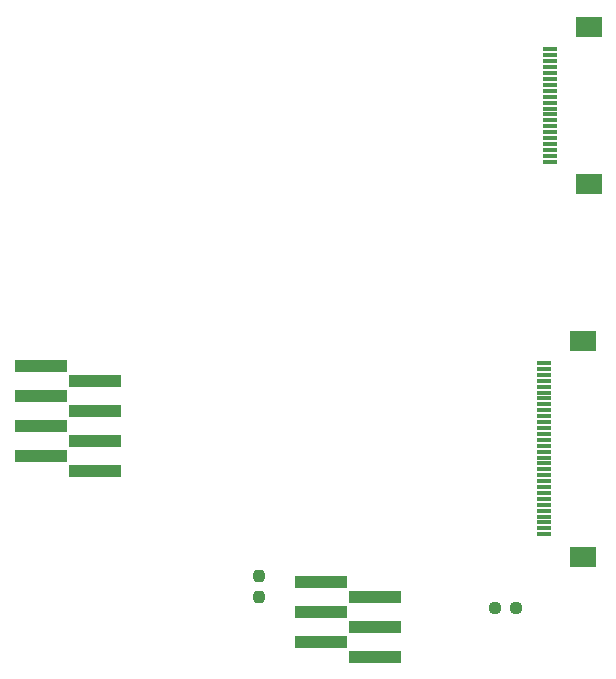
<source format=gbr>
%TF.GenerationSoftware,KiCad,Pcbnew,(7.0.0)*%
%TF.CreationDate,2023-03-15T21:07:42-04:00*%
%TF.ProjectId,headunit_controls,68656164-756e-4697-945f-636f6e74726f,rev?*%
%TF.SameCoordinates,Original*%
%TF.FileFunction,Paste,Bot*%
%TF.FilePolarity,Positive*%
%FSLAX46Y46*%
G04 Gerber Fmt 4.6, Leading zero omitted, Abs format (unit mm)*
G04 Created by KiCad (PCBNEW (7.0.0)) date 2023-03-15 21:07:42*
%MOMM*%
%LPD*%
G01*
G04 APERTURE LIST*
G04 Aperture macros list*
%AMRoundRect*
0 Rectangle with rounded corners*
0 $1 Rounding radius*
0 $2 $3 $4 $5 $6 $7 $8 $9 X,Y pos of 4 corners*
0 Add a 4 corners polygon primitive as box body*
4,1,4,$2,$3,$4,$5,$6,$7,$8,$9,$2,$3,0*
0 Add four circle primitives for the rounded corners*
1,1,$1+$1,$2,$3*
1,1,$1+$1,$4,$5*
1,1,$1+$1,$6,$7*
1,1,$1+$1,$8,$9*
0 Add four rect primitives between the rounded corners*
20,1,$1+$1,$2,$3,$4,$5,0*
20,1,$1+$1,$4,$5,$6,$7,0*
20,1,$1+$1,$6,$7,$8,$9,0*
20,1,$1+$1,$8,$9,$2,$3,0*%
G04 Aperture macros list end*
%ADD10RoundRect,0.237500X-0.250000X-0.237500X0.250000X-0.237500X0.250000X0.237500X-0.250000X0.237500X0*%
%ADD11R,1.300000X0.300000*%
%ADD12R,2.200000X1.800000*%
%ADD13R,4.500000X1.000000*%
%ADD14RoundRect,0.237500X0.237500X-0.250000X0.237500X0.250000X-0.237500X0.250000X-0.237500X-0.250000X0*%
G04 APERTURE END LIST*
D10*
%TO.C,R3*%
X146450000Y-178250000D03*
X148275000Y-178250000D03*
%TD*%
D11*
%TO.C,ToSaab_ribbon*%
X150649999Y-157499999D03*
X150649999Y-157999999D03*
X150649999Y-158499999D03*
X150649999Y-158999999D03*
X150649999Y-159499999D03*
X150649999Y-159999999D03*
X150649999Y-160499999D03*
X150649999Y-160999999D03*
X150649999Y-161499999D03*
X150649999Y-161999999D03*
X150649999Y-162499999D03*
X150649999Y-162999999D03*
X150649999Y-163499999D03*
X150649999Y-163999999D03*
X150649999Y-164499999D03*
X150649999Y-164999999D03*
X150649999Y-165499999D03*
X150649999Y-165999999D03*
X150649999Y-166499999D03*
X150649999Y-166999999D03*
X150649999Y-167499999D03*
X150649999Y-167999999D03*
X150649999Y-168499999D03*
X150649999Y-168999999D03*
X150649999Y-169499999D03*
X150649999Y-169999999D03*
X150649999Y-170499999D03*
X150649999Y-170999999D03*
X150649999Y-171499999D03*
X150649999Y-171999999D03*
D12*
X153899999Y-155599999D03*
X153899999Y-173899999D03*
%TD*%
D11*
%TO.C,ToPi_ribbon*%
X151149999Y-130949999D03*
X151149999Y-131449999D03*
X151149999Y-131949999D03*
X151149999Y-132449999D03*
X151149999Y-132949999D03*
X151149999Y-133449999D03*
X151149999Y-133949999D03*
X151149999Y-134449999D03*
X151149999Y-134949999D03*
X151149999Y-135449999D03*
X151149999Y-135949999D03*
X151149999Y-136449999D03*
X151149999Y-136949999D03*
X151149999Y-137449999D03*
X151149999Y-137949999D03*
X151149999Y-138449999D03*
X151149999Y-138949999D03*
X151149999Y-139449999D03*
X151149999Y-139949999D03*
X151149999Y-140449999D03*
D12*
X154399999Y-129049999D03*
X154399999Y-142349999D03*
%TD*%
D13*
%TO.C,J2*%
X112620103Y-166656999D03*
X108048103Y-165386999D03*
X112620103Y-164116999D03*
X108048103Y-162846999D03*
X112620103Y-161576999D03*
X108048103Y-160306999D03*
X112620103Y-159036999D03*
X108048103Y-157766999D03*
%TD*%
D14*
%TO.C,R2*%
X126450000Y-177325000D03*
X126450000Y-175500000D03*
%TD*%
D13*
%TO.C,J1*%
X136307829Y-182382470D03*
X131735829Y-181112470D03*
X136307829Y-179842470D03*
X131735829Y-178572470D03*
X136307829Y-177302470D03*
X131735829Y-176032470D03*
%TD*%
M02*

</source>
